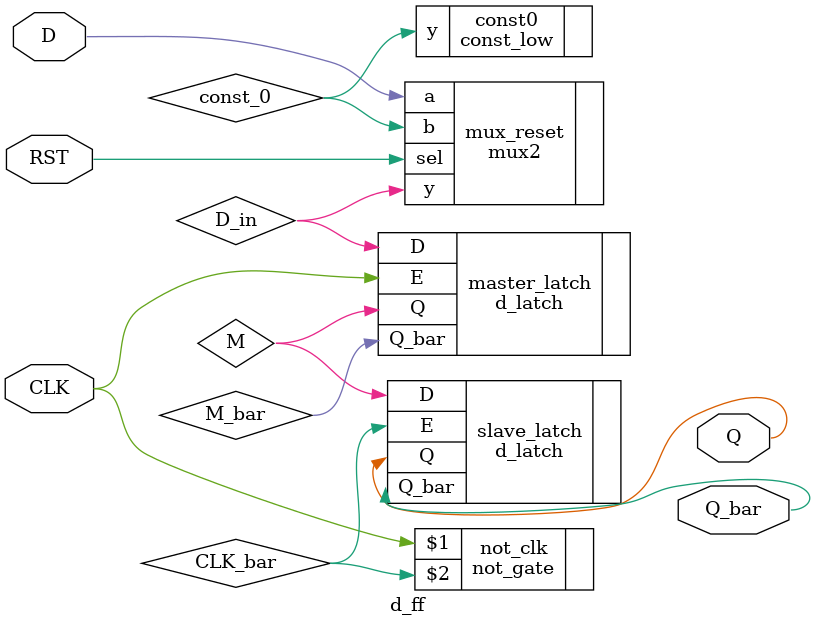
<source format=v>
module d_ff (
    input D,
    input CLK,
    input RST,
    output Q,
    output Q_bar
);
    wire M;
    wire M_bar;
    wire CLK_bar;
    wire D_in;
    wire const_0;

    // 同期リセット: RST=1の時は0を、RST=0の時はDを入力
    const_low const0(.y(const_0));
    mux2 mux_reset(.a(D), .b(const_0), .sel(RST), .y(D_in));

    not_gate not_clk(CLK, CLK_bar);

    d_latch master_latch (
        .D(D_in),
        .E(CLK),
        .Q(M),
        .Q_bar(M_bar)
    );

    d_latch slave_latch (
        .D(M),
        .E(CLK_bar),
        .Q(Q),
        .Q_bar(Q_bar)
    );
endmodule
</source>
